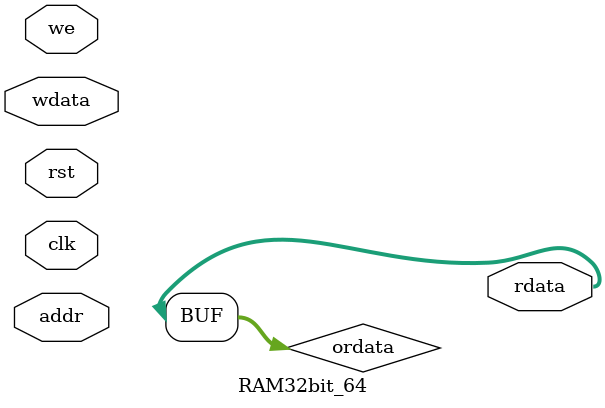
<source format=v>
`timescale 1ns / 1ps


module RAM32bit_64(
    input [5:0] addr,
    input [31:0] wdata,
    input clk,
    input we,
    input rst,
    output [31:0] rdata
    );
    reg[31:0]ordata;
    assign rdata=ordata;
    reg[31:0] regs[0:63];
    always @(posedge clk)
    begin
        if(we==0)
            begin
                
            end
    end 
endmodule

</source>
